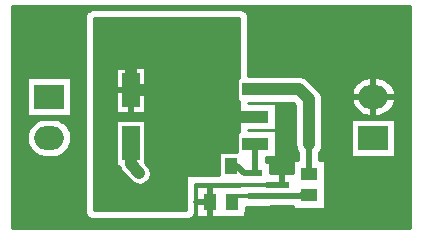
<source format=gtl>
G04 DipTrace 2.4.0.2*
%INLaserPower_v_1.0.GTL*%
%MOMM*%
%ADD10C,0.25*%
%ADD13C,0.5*%
%ADD14C,1.0*%
%ADD15C,0.33*%
%ADD20R,1.3X0.6*%
%ADD21R,2.5X2.0*%
%ADD22O,2.5X2.0*%
%ADD24R,2.2X3.3*%
%ADD25R,2.2X1.0*%
%ADD26R,1.6X3.0*%
%ADD27R,1.1X1.4*%
%ADD28R,1.4X1.1*%
%FSLAX53Y53*%
G04*
G71*
G90*
G75*
G01*
%LNTop*%
%LPD*%
X19200Y5900D2*
D13*
X19700D1*
X20350Y5250D1*
X21250D1*
Y7750D1*
Y12350D2*
D14*
X24950D1*
X25800Y11500D1*
Y7700D1*
D13*
Y5200D1*
X9411Y14500D2*
D14*
X10700D1*
Y12300D1*
X15350Y10050D2*
X17400D1*
X21250D1*
X10700Y12300D2*
X12700D1*
X14950Y10050D1*
X15350D1*
X17400Y5900D2*
Y10050D1*
X10700Y7800D2*
Y6000D1*
X11450Y5250D1*
X23550Y4300D2*
D15*
X17450D1*
Y2850D1*
X19250D2*
X19750Y3350D1*
X21250D1*
X25800Y3400D2*
D13*
X25100D1*
X25050Y3350D1*
X21250D1*
D14*
X25800Y7700D3*
X9411Y14500D3*
X11450Y5250D3*
X6200Y8900D3*
X6000Y7000D3*
X650Y19128D2*
D10*
X7387D1*
X20113D2*
X34350D1*
X650Y18882D2*
X6969D1*
X20531D2*
X34350D1*
X650Y18635D2*
X6856D1*
X20644D2*
X34350D1*
X650Y18388D2*
X6840D1*
X20660D2*
X34350D1*
X650Y18142D2*
X6840D1*
X20660D2*
X34350D1*
X650Y17895D2*
X6840D1*
X20660D2*
X34350D1*
X650Y17648D2*
X6840D1*
X20660D2*
X34350D1*
X650Y17402D2*
X6840D1*
X20660D2*
X34350D1*
X650Y17155D2*
X6840D1*
X20660D2*
X34350D1*
X650Y16908D2*
X6840D1*
X20660D2*
X34350D1*
X650Y16662D2*
X6840D1*
X20660D2*
X34350D1*
X650Y16415D2*
X6840D1*
X20660D2*
X34350D1*
X650Y16168D2*
X6840D1*
X20660D2*
X34350D1*
X650Y15922D2*
X6840D1*
X20660D2*
X34350D1*
X650Y15675D2*
X6840D1*
X20660D2*
X34350D1*
X650Y15428D2*
X6840D1*
X20660D2*
X34350D1*
X650Y15182D2*
X6840D1*
X20660D2*
X34350D1*
X650Y14935D2*
X6840D1*
X20660D2*
X34350D1*
X650Y14688D2*
X6840D1*
X20660D2*
X34350D1*
X650Y14442D2*
X6840D1*
X20660D2*
X34350D1*
X650Y14195D2*
X6840D1*
X20660D2*
X34350D1*
X650Y13948D2*
X6840D1*
X20660D2*
X34350D1*
X650Y13702D2*
X6840D1*
X20660D2*
X34350D1*
X650Y13455D2*
X6840D1*
X25234D2*
X34350D1*
X650Y13208D2*
X1891D1*
X5711D2*
X6840D1*
X25718D2*
X30235D1*
X32265D2*
X34350D1*
X650Y12962D2*
X1891D1*
X5711D2*
X6840D1*
X25968D2*
X29879D1*
X32621D2*
X34350D1*
X650Y12715D2*
X1891D1*
X5711D2*
X6840D1*
X26214D2*
X29657D1*
X32843D2*
X34350D1*
X650Y12468D2*
X1891D1*
X5711D2*
X6840D1*
X26461D2*
X29508D1*
X32992D2*
X34350D1*
X650Y12222D2*
X1891D1*
X5711D2*
X6840D1*
X26699D2*
X29411D1*
X33089D2*
X34350D1*
X650Y11975D2*
X1891D1*
X5711D2*
X6840D1*
X26855D2*
X29356D1*
X33144D2*
X34350D1*
X650Y11728D2*
X1891D1*
X5711D2*
X6840D1*
X26937D2*
X29340D1*
X33160D2*
X34350D1*
X650Y11482D2*
X1891D1*
X5711D2*
X6840D1*
X26961D2*
X29364D1*
X33136D2*
X34350D1*
X650Y11235D2*
X1891D1*
X5711D2*
X6840D1*
X26961D2*
X29422D1*
X33078D2*
X34350D1*
X650Y10988D2*
X1891D1*
X5711D2*
X6840D1*
X23011D2*
X24641D1*
X26961D2*
X29528D1*
X32972D2*
X34350D1*
X650Y10742D2*
X1891D1*
X5711D2*
X6840D1*
X23011D2*
X24641D1*
X26961D2*
X29688D1*
X32812D2*
X34350D1*
X650Y10495D2*
X1891D1*
X5711D2*
X6840D1*
X23011D2*
X24641D1*
X26961D2*
X29926D1*
X32574D2*
X34350D1*
X650Y10248D2*
X1891D1*
X5711D2*
X6840D1*
X23011D2*
X24641D1*
X26961D2*
X30329D1*
X32172D2*
X34350D1*
X650Y10002D2*
X6840D1*
X23011D2*
X24641D1*
X26961D2*
X34350D1*
X650Y9755D2*
X2887D1*
X4714D2*
X6840D1*
X23011D2*
X24641D1*
X26961D2*
X29340D1*
X33160D2*
X34350D1*
X650Y9508D2*
X2481D1*
X5117D2*
X6840D1*
X23011D2*
X24641D1*
X26961D2*
X29340D1*
X33160D2*
X34350D1*
X650Y9262D2*
X2243D1*
X5359D2*
X6840D1*
X23011D2*
X24641D1*
X26961D2*
X29340D1*
X33160D2*
X34350D1*
X650Y9015D2*
X2079D1*
X5519D2*
X6840D1*
X23011D2*
X24641D1*
X26961D2*
X29340D1*
X33160D2*
X34350D1*
X650Y8768D2*
X1973D1*
X5625D2*
X6840D1*
X23011D2*
X24641D1*
X26961D2*
X29340D1*
X33160D2*
X34350D1*
X650Y8522D2*
X1914D1*
X5687D2*
X6840D1*
X23011D2*
X24641D1*
X26961D2*
X29340D1*
X33160D2*
X34350D1*
X650Y8275D2*
X1891D1*
X5711D2*
X6840D1*
X23011D2*
X24641D1*
X26961D2*
X29340D1*
X33160D2*
X34350D1*
X650Y8028D2*
X1907D1*
X5695D2*
X6840D1*
X23011D2*
X24641D1*
X26961D2*
X29340D1*
X33160D2*
X34350D1*
X650Y7782D2*
X1957D1*
X5640D2*
X6840D1*
X23011D2*
X24641D1*
X26961D2*
X29340D1*
X33160D2*
X34350D1*
X650Y7535D2*
X2055D1*
X5546D2*
X6840D1*
X23011D2*
X24653D1*
X26949D2*
X29340D1*
X33160D2*
X34350D1*
X650Y7288D2*
X2204D1*
X5398D2*
X6840D1*
X23011D2*
X24719D1*
X26882D2*
X29340D1*
X33160D2*
X34350D1*
X650Y7042D2*
X2422D1*
X5175D2*
X6840D1*
X23011D2*
X24852D1*
X26750D2*
X29340D1*
X33160D2*
X34350D1*
X650Y6795D2*
X2782D1*
X4820D2*
X6840D1*
X23011D2*
X24891D1*
X26711D2*
X29340D1*
X33160D2*
X34350D1*
X650Y6548D2*
X6840D1*
X22160D2*
X24891D1*
X26711D2*
X34350D1*
X650Y6302D2*
X6840D1*
X22160D2*
X24442D1*
X27160D2*
X34350D1*
X650Y6055D2*
X6840D1*
X22558D2*
X24442D1*
X27160D2*
X34350D1*
X650Y5808D2*
X6840D1*
X22558D2*
X24442D1*
X27160D2*
X34350D1*
X650Y5562D2*
X6840D1*
X22558D2*
X24442D1*
X27160D2*
X34350D1*
X650Y5315D2*
X6840D1*
X22558D2*
X24442D1*
X27160D2*
X34350D1*
X650Y5068D2*
X6840D1*
X27160D2*
X34350D1*
X650Y4822D2*
X6840D1*
X27160D2*
X34350D1*
X650Y4575D2*
X6840D1*
X27160D2*
X34350D1*
X650Y4328D2*
X6840D1*
X16160D2*
X19942D1*
X27160D2*
X34350D1*
X650Y4082D2*
X6840D1*
X16160D2*
X16241D1*
X27160D2*
X34350D1*
X650Y3835D2*
X6840D1*
X16160D2*
X16241D1*
X27160D2*
X34350D1*
X650Y3588D2*
X6840D1*
X16160D2*
X16241D1*
X27160D2*
X34350D1*
X650Y3342D2*
X6840D1*
X16160D2*
X16241D1*
X27160D2*
X34350D1*
X650Y3095D2*
X6840D1*
X16160D2*
X16241D1*
X27160D2*
X34350D1*
X650Y2848D2*
X6840D1*
X16160D2*
X16241D1*
X27160D2*
X34350D1*
X650Y2602D2*
X6840D1*
X16160D2*
X16241D1*
X27160D2*
X34350D1*
X650Y2355D2*
X6840D1*
X16160D2*
X16241D1*
X20461D2*
X24442D1*
X27160D2*
X34350D1*
X650Y2108D2*
X6840D1*
X16160D2*
X16241D1*
X20461D2*
X34350D1*
X650Y1862D2*
X6856D1*
X16144D2*
X16239D1*
X20461D2*
X34350D1*
X650Y1615D2*
X6969D1*
X16031D2*
X16239D1*
X20461D2*
X34350D1*
X650Y1368D2*
X7414D1*
X15586D2*
X34350D1*
X650Y1122D2*
X34350D1*
X650Y875D2*
X34350D1*
X650Y628D2*
X34350D1*
X22133Y6185D2*
X22535D1*
X22540Y5235D1*
X24466D1*
X24465Y6385D1*
X24914D1*
X24915Y6993D1*
X24803Y7157D1*
X24750Y7270D1*
X24709Y7388D1*
X24681Y7510D1*
X24665Y7700D1*
Y11032D1*
X24481Y11214D1*
X20637Y11215D1*
X20640Y11185D1*
X22985D1*
Y8915D1*
X20637D1*
X20640Y8885D1*
X22985D1*
Y6615D1*
X22137D1*
X22135Y6184D1*
X22265Y4315D2*
X19965D1*
Y4285D1*
X22265Y4290D1*
Y4316D1*
X2040Y13385D2*
X5685D1*
Y10115D1*
X1915D1*
Y13385D1*
X2040D1*
X3552Y6616D2*
X3369Y6625D1*
X3123Y6672D1*
X2888Y6755D1*
X2668Y6873D1*
X2469Y7024D1*
X2294Y7203D1*
X2150Y7406D1*
X2037Y7629D1*
X1960Y7867D1*
X1921Y8114D1*
X1919Y8363D1*
X1955Y8611D1*
X2029Y8849D1*
X2138Y9074D1*
X2280Y9279D1*
X2451Y9461D1*
X2649Y9614D1*
X2867Y9735D1*
X3101Y9822D1*
X3346Y9872D1*
X3550Y9885D1*
X4050Y9881D1*
X4220Y9876D1*
X4466Y9831D1*
X4702Y9750D1*
X4922Y9633D1*
X5123Y9484D1*
X5298Y9306D1*
X5445Y9104D1*
X5558Y8881D1*
X5637Y8644D1*
X5678Y8398D1*
X5685Y8250D1*
X5666Y8001D1*
X5609Y7758D1*
X5516Y7526D1*
X5389Y7311D1*
X5230Y7118D1*
X5044Y6952D1*
X4835Y6816D1*
X4607Y6713D1*
X4366Y6646D1*
X4118Y6616D1*
X3550Y6615D1*
Y6619D1*
X29490Y9885D2*
X33135D1*
Y6615D1*
X29365D1*
Y9885D1*
X29490D1*
X31030Y10115D2*
X30819Y10125D1*
X30622Y10159D1*
X30430Y10217D1*
X30248Y10298D1*
X30076Y10401D1*
X29918Y10524D1*
X29777Y10665D1*
X29654Y10822D1*
X29551Y10993D1*
X29469Y11176D1*
X29410Y11367D1*
X29376Y11564D1*
X29365Y11764D1*
X29379Y11963D1*
X29417Y12159D1*
X29479Y12349D1*
X29563Y12530D1*
X29669Y12700D1*
X29795Y12855D1*
X29939Y12994D1*
X30099Y13114D1*
X30272Y13214D1*
X30456Y13292D1*
X30648Y13347D1*
X30845Y13378D1*
X31050Y13385D1*
X31620Y13381D1*
X31818Y13354D1*
X32012Y13303D1*
X32197Y13229D1*
X32372Y13133D1*
X32535Y13016D1*
X32681Y12880D1*
X32810Y12728D1*
X32920Y12560D1*
X33008Y12381D1*
X33074Y12192D1*
X33116Y11997D1*
X33134Y11798D1*
X33128Y11600D1*
X33098Y11403D1*
X33043Y11210D1*
X32966Y11026D1*
X32867Y10853D1*
X32747Y10693D1*
X32609Y10548D1*
X32454Y10422D1*
X32285Y10316D1*
X32104Y10230D1*
X31914Y10168D1*
X31718Y10130D1*
X31518Y10115D1*
X31000Y10116D1*
X7625Y19135D2*
X20000D1*
X20124Y19123D1*
X20244Y19086D1*
X20354Y19027D1*
X20450Y18948D1*
X20529Y18851D1*
X20587Y18741D1*
X20623Y18622D1*
X20635Y18500D1*
X20640Y13485D1*
X22985Y13481D1*
X23250Y13485D1*
X24950D1*
X25075Y13478D1*
X25198Y13458D1*
X25318Y13424D1*
X25434Y13377D1*
X25544Y13317D1*
X25647Y13246D1*
X25841Y13064D1*
X26686Y12210D1*
X26759Y12108D1*
X26820Y11999D1*
X26868Y11884D1*
X26904Y11764D1*
X26926Y11641D1*
X26935Y11375D1*
Y7700D1*
X26928Y7575D1*
X26908Y7452D1*
X26874Y7332D1*
X26827Y7216D1*
X26767Y7106D1*
X26694Y7000D1*
X26685Y6825D1*
X26688Y6385D1*
X27135D1*
X27131Y4015D1*
X27135Y3585D1*
Y2215D1*
X24465D1*
Y2469D1*
X24050Y2465D1*
X22535Y2464D1*
Y2415D1*
X20437D1*
X20435Y1515D1*
X18065Y1519D1*
X17985Y1515D1*
X16265D1*
Y4185D1*
X19967D1*
X19965Y4365D1*
X16137D1*
X16135Y2000D1*
X16123Y1876D1*
X16086Y1756D1*
X16027Y1646D1*
X15948Y1550D1*
X15851Y1471D1*
X15741Y1413D1*
X15622Y1377D1*
X15500Y1365D1*
X7500D1*
X7376Y1377D1*
X7256Y1414D1*
X7146Y1473D1*
X7050Y1552D1*
X6971Y1649D1*
X6913Y1759D1*
X6877Y1878D1*
X6865Y2000D1*
Y18500D1*
X6877Y18624D1*
X6914Y18744D1*
X6973Y18854D1*
X7052Y18950D1*
X7149Y19029D1*
X7259Y19087D1*
X7378Y19123D1*
X7500Y19135D1*
X7625D1*
X625Y19250D2*
Y625D1*
X34375D1*
Y19375D1*
X625D1*
Y19250D1*
X23550Y5234D2*
D13*
Y4300D1*
X22266D2*
X23550D1*
X17450Y4184D2*
Y1516D1*
X16265Y2850D2*
X17450D1*
X31250Y13385D2*
Y10115D1*
X29365Y11750D2*
X33135D1*
X7650Y18128D2*
D10*
X19850D1*
X7650Y17882D2*
X19850D1*
X7650Y17635D2*
X19850D1*
X7650Y17388D2*
X19850D1*
X7650Y17142D2*
X19850D1*
X7650Y16895D2*
X19850D1*
X7650Y16648D2*
X19850D1*
X7650Y16402D2*
X19850D1*
X7650Y16155D2*
X19850D1*
X7650Y15908D2*
X19850D1*
X7650Y15662D2*
X19850D1*
X7650Y15415D2*
X19850D1*
X7650Y15168D2*
X19850D1*
X7650Y14922D2*
X19850D1*
X7650Y14675D2*
X19850D1*
X7650Y14428D2*
X19850D1*
X7650Y14182D2*
X9411D1*
X11988D2*
X19850D1*
X7650Y13935D2*
X9411D1*
X11988D2*
X19850D1*
X7650Y13688D2*
X9411D1*
X11988D2*
X19850D1*
X7650Y13442D2*
X9411D1*
X11988D2*
X19850D1*
X7650Y13195D2*
X9411D1*
X11988D2*
X19661D1*
X7650Y12948D2*
X9411D1*
X11988D2*
X19661D1*
X7650Y12702D2*
X9411D1*
X11988D2*
X19661D1*
X7650Y12455D2*
X9411D1*
X11988D2*
X19661D1*
X7650Y12208D2*
X9411D1*
X11988D2*
X19661D1*
X7650Y11962D2*
X9411D1*
X11988D2*
X19661D1*
X7650Y11715D2*
X9411D1*
X11988D2*
X19661D1*
X7650Y11468D2*
X9411D1*
X11988D2*
X19661D1*
X7650Y11222D2*
X9411D1*
X11988D2*
X19850D1*
X7650Y10975D2*
X9411D1*
X11988D2*
X19850D1*
X7650Y10728D2*
X9411D1*
X11988D2*
X19850D1*
X7650Y10482D2*
X9411D1*
X11988D2*
X19850D1*
X7650Y10235D2*
X19850D1*
X7650Y9988D2*
X19850D1*
X7650Y9742D2*
X9411D1*
X11988D2*
X19850D1*
X7650Y9495D2*
X9411D1*
X11988D2*
X19850D1*
X7650Y9248D2*
X9411D1*
X11988D2*
X19850D1*
X7650Y9002D2*
X9411D1*
X11988D2*
X19850D1*
X7650Y8755D2*
X9411D1*
X11988D2*
X19850D1*
X7650Y8508D2*
X9411D1*
X11988D2*
X19661D1*
X7650Y8262D2*
X9411D1*
X11988D2*
X19661D1*
X7650Y8015D2*
X9411D1*
X11988D2*
X19661D1*
X7650Y7768D2*
X9411D1*
X11988D2*
X19661D1*
X7650Y7522D2*
X9411D1*
X11988D2*
X19661D1*
X7650Y7275D2*
X9411D1*
X11988D2*
X19661D1*
X7650Y7028D2*
X9411D1*
X11988D2*
X18161D1*
X7650Y6782D2*
X9411D1*
X11988D2*
X18161D1*
X7650Y6535D2*
X9411D1*
X11988D2*
X18161D1*
X7650Y6288D2*
X9411D1*
X11988D2*
X18161D1*
X7650Y6042D2*
X9411D1*
X12046D2*
X18161D1*
X7650Y5795D2*
X9731D1*
X12269D2*
X18161D1*
X7650Y5548D2*
X9821D1*
X12394D2*
X18161D1*
X7650Y5302D2*
X10008D1*
X12437D2*
X18161D1*
X7650Y5055D2*
X10254D1*
X12421D2*
X15352D1*
X7650Y4808D2*
X10504D1*
X12332D2*
X15352D1*
X7650Y4562D2*
X10750D1*
X12152D2*
X15352D1*
X7650Y4315D2*
X11188D1*
X11711D2*
X15352D1*
X7650Y4068D2*
X15352D1*
X7650Y3822D2*
X15352D1*
X7650Y3575D2*
X15352D1*
X7650Y3328D2*
X15352D1*
X7650Y3082D2*
X15352D1*
X7650Y2835D2*
X15352D1*
X7650Y2588D2*
X15352D1*
X7650Y2342D2*
X15352D1*
X9460Y14265D2*
X11965D1*
Y10335D1*
X9435D1*
Y14265D1*
X9460D1*
X9560Y9765D2*
X11965D1*
Y6097D1*
X12132Y5932D1*
X12215Y5839D1*
X12284Y5735D1*
X12340Y5623D1*
X12381Y5505D1*
X12406Y5383D1*
X12415Y5258D1*
X12408Y5133D1*
X12385Y5010D1*
X12346Y4892D1*
X12292Y4779D1*
X12224Y4674D1*
X12143Y4579D1*
X12051Y4495D1*
X11948Y4424D1*
X11837Y4366D1*
X11720Y4324D1*
X11598Y4296D1*
X11474Y4285D1*
X11349Y4290D1*
X11226Y4311D1*
X11106Y4348D1*
X10993Y4400D1*
X10887Y4466D1*
X10768Y4568D1*
X10018Y5318D1*
X9935Y5411D1*
X9866Y5515D1*
X9810Y5627D1*
X9775Y5726D1*
X9715Y5835D1*
X9435D1*
Y9765D1*
X9560D1*
X18310Y7065D2*
X19689D1*
X19685Y7785D1*
Y8715D1*
X19876D1*
X19875Y11387D1*
X19685Y11385D1*
Y13315D1*
X19876D1*
X19875Y18375D1*
X7625D1*
Y2125D1*
X15375D1*
Y5000D1*
X15436Y5105D1*
X15500Y5125D1*
X18184D1*
X18185Y7065D1*
X18310D1*
X10700Y14264D2*
D13*
Y10336D1*
X9435Y12300D2*
X11965D1*
D20*
X21250Y5250D3*
Y3350D3*
X23550Y4300D3*
D21*
X3800Y11750D3*
D22*
Y8250D3*
D26*
X10700Y12300D3*
Y7800D3*
D27*
X17400Y5900D3*
X19200D3*
D28*
X25800Y5200D3*
Y3400D3*
D27*
X19250Y2850D3*
X17450D3*
D24*
X15350Y10050D3*
D25*
X21250Y7750D3*
Y10050D3*
Y12350D3*
D21*
X31250Y8250D3*
D22*
Y11750D3*
M02*

</source>
